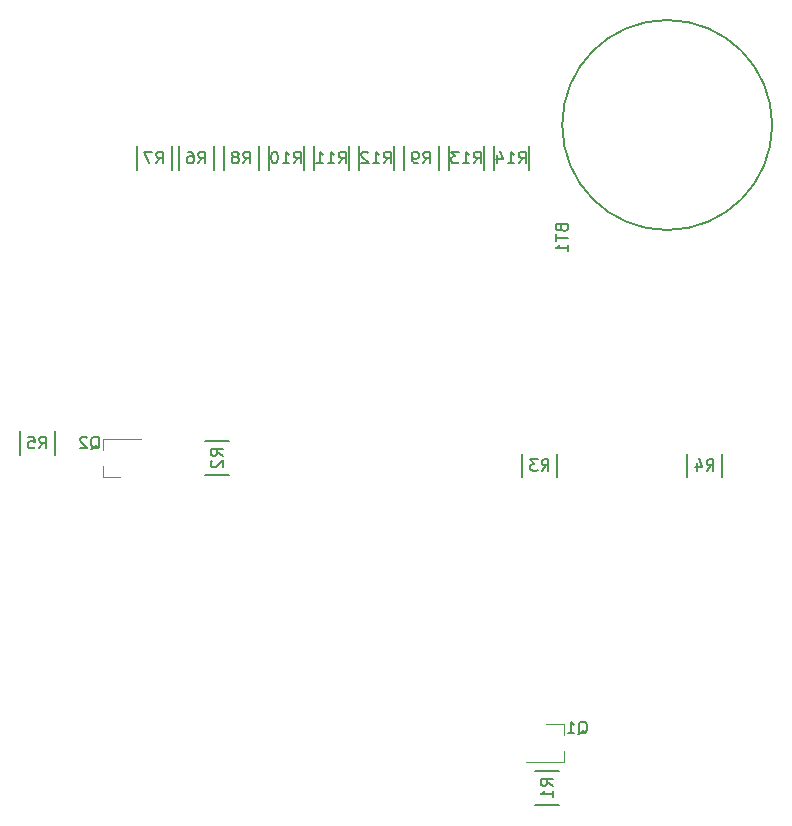
<source format=gbr>
G04 #@! TF.FileFunction,Legend,Bot*
%FSLAX46Y46*%
G04 Gerber Fmt 4.6, Leading zero omitted, Abs format (unit mm)*
G04 Created by KiCad (PCBNEW 4.0.6) date Tue Mar 14 17:15:09 2017*
%MOMM*%
%LPD*%
G01*
G04 APERTURE LIST*
%ADD10C,0.100000*%
%ADD11C,0.120000*%
%ADD12C,0.150000*%
G04 APERTURE END LIST*
D10*
D11*
X67181000Y-87066000D02*
X67181000Y-87996000D01*
X67181000Y-90226000D02*
X67181000Y-89296000D01*
X67181000Y-90226000D02*
X64021000Y-90226000D01*
X67181000Y-87066000D02*
X65721000Y-87066000D01*
X28196000Y-66096000D02*
X28196000Y-65166000D01*
X28196000Y-62936000D02*
X28196000Y-63866000D01*
X28196000Y-62936000D02*
X31356000Y-62936000D01*
X28196000Y-66096000D02*
X29656000Y-66096000D01*
D12*
X66786000Y-90981000D02*
X64786000Y-90981000D01*
X64786000Y-93931000D02*
X66786000Y-93931000D01*
X36846000Y-65991000D02*
X38846000Y-65991000D01*
X38846000Y-63041000D02*
X36846000Y-63041000D01*
X63676000Y-64151000D02*
X63676000Y-66151000D01*
X66626000Y-66151000D02*
X66626000Y-64151000D01*
X77646000Y-64151000D02*
X77646000Y-66151000D01*
X80596000Y-66151000D02*
X80596000Y-64151000D01*
X21131000Y-62246000D02*
X21131000Y-64246000D01*
X24081000Y-64246000D02*
X24081000Y-62246000D01*
X34593000Y-38116000D02*
X34593000Y-40116000D01*
X37543000Y-40116000D02*
X37543000Y-38116000D01*
X31037000Y-38116000D02*
X31037000Y-40116000D01*
X33987000Y-40116000D02*
X33987000Y-38116000D01*
X38403000Y-38116000D02*
X38403000Y-40116000D01*
X41353000Y-40116000D02*
X41353000Y-38116000D01*
X53643000Y-38116000D02*
X53643000Y-40116000D01*
X56593000Y-40116000D02*
X56593000Y-38116000D01*
X42213000Y-38116000D02*
X42213000Y-40116000D01*
X45163000Y-40116000D02*
X45163000Y-38116000D01*
X46023000Y-38116000D02*
X46023000Y-40116000D01*
X48973000Y-40116000D02*
X48973000Y-38116000D01*
X49833000Y-38116000D02*
X49833000Y-40116000D01*
X52783000Y-40116000D02*
X52783000Y-38116000D01*
X57453000Y-38116000D02*
X57453000Y-40116000D01*
X60403000Y-40116000D02*
X60403000Y-38116000D01*
X61263000Y-38116000D02*
X61263000Y-40116000D01*
X64213000Y-40116000D02*
X64213000Y-38116000D01*
X84836000Y-36322000D02*
G75*
G03X84836000Y-36322000I-8890000J0D01*
G01*
X68421238Y-87923619D02*
X68516476Y-87876000D01*
X68611714Y-87780762D01*
X68754571Y-87637905D01*
X68849810Y-87590286D01*
X68945048Y-87590286D01*
X68897429Y-87828381D02*
X68992667Y-87780762D01*
X69087905Y-87685524D01*
X69135524Y-87495048D01*
X69135524Y-87161714D01*
X69087905Y-86971238D01*
X68992667Y-86876000D01*
X68897429Y-86828381D01*
X68706952Y-86828381D01*
X68611714Y-86876000D01*
X68516476Y-86971238D01*
X68468857Y-87161714D01*
X68468857Y-87495048D01*
X68516476Y-87685524D01*
X68611714Y-87780762D01*
X68706952Y-87828381D01*
X68897429Y-87828381D01*
X67516476Y-87828381D02*
X68087905Y-87828381D01*
X67802191Y-87828381D02*
X67802191Y-86828381D01*
X67897429Y-86971238D01*
X67992667Y-87066476D01*
X68087905Y-87114095D01*
X27146238Y-63793619D02*
X27241476Y-63746000D01*
X27336714Y-63650762D01*
X27479571Y-63507905D01*
X27574810Y-63460286D01*
X27670048Y-63460286D01*
X27622429Y-63698381D02*
X27717667Y-63650762D01*
X27812905Y-63555524D01*
X27860524Y-63365048D01*
X27860524Y-63031714D01*
X27812905Y-62841238D01*
X27717667Y-62746000D01*
X27622429Y-62698381D01*
X27431952Y-62698381D01*
X27336714Y-62746000D01*
X27241476Y-62841238D01*
X27193857Y-63031714D01*
X27193857Y-63365048D01*
X27241476Y-63555524D01*
X27336714Y-63650762D01*
X27431952Y-63698381D01*
X27622429Y-63698381D01*
X26812905Y-62793619D02*
X26765286Y-62746000D01*
X26670048Y-62698381D01*
X26431952Y-62698381D01*
X26336714Y-62746000D01*
X26289095Y-62793619D01*
X26241476Y-62888857D01*
X26241476Y-62984095D01*
X26289095Y-63126952D01*
X26860524Y-63698381D01*
X26241476Y-63698381D01*
X66238381Y-92289334D02*
X65762190Y-91956000D01*
X66238381Y-91717905D02*
X65238381Y-91717905D01*
X65238381Y-92098858D01*
X65286000Y-92194096D01*
X65333619Y-92241715D01*
X65428857Y-92289334D01*
X65571714Y-92289334D01*
X65666952Y-92241715D01*
X65714571Y-92194096D01*
X65762190Y-92098858D01*
X65762190Y-91717905D01*
X66238381Y-93241715D02*
X66238381Y-92670286D01*
X66238381Y-92956000D02*
X65238381Y-92956000D01*
X65381238Y-92860762D01*
X65476476Y-92765524D01*
X65524095Y-92670286D01*
X38298381Y-64349334D02*
X37822190Y-64016000D01*
X38298381Y-63777905D02*
X37298381Y-63777905D01*
X37298381Y-64158858D01*
X37346000Y-64254096D01*
X37393619Y-64301715D01*
X37488857Y-64349334D01*
X37631714Y-64349334D01*
X37726952Y-64301715D01*
X37774571Y-64254096D01*
X37822190Y-64158858D01*
X37822190Y-63777905D01*
X37393619Y-64730286D02*
X37346000Y-64777905D01*
X37298381Y-64873143D01*
X37298381Y-65111239D01*
X37346000Y-65206477D01*
X37393619Y-65254096D01*
X37488857Y-65301715D01*
X37584095Y-65301715D01*
X37726952Y-65254096D01*
X38298381Y-64682667D01*
X38298381Y-65301715D01*
X65317666Y-65603381D02*
X65651000Y-65127190D01*
X65889095Y-65603381D02*
X65889095Y-64603381D01*
X65508142Y-64603381D01*
X65412904Y-64651000D01*
X65365285Y-64698619D01*
X65317666Y-64793857D01*
X65317666Y-64936714D01*
X65365285Y-65031952D01*
X65412904Y-65079571D01*
X65508142Y-65127190D01*
X65889095Y-65127190D01*
X64984333Y-64603381D02*
X64365285Y-64603381D01*
X64698619Y-64984333D01*
X64555761Y-64984333D01*
X64460523Y-65031952D01*
X64412904Y-65079571D01*
X64365285Y-65174810D01*
X64365285Y-65412905D01*
X64412904Y-65508143D01*
X64460523Y-65555762D01*
X64555761Y-65603381D01*
X64841476Y-65603381D01*
X64936714Y-65555762D01*
X64984333Y-65508143D01*
X79287666Y-65603381D02*
X79621000Y-65127190D01*
X79859095Y-65603381D02*
X79859095Y-64603381D01*
X79478142Y-64603381D01*
X79382904Y-64651000D01*
X79335285Y-64698619D01*
X79287666Y-64793857D01*
X79287666Y-64936714D01*
X79335285Y-65031952D01*
X79382904Y-65079571D01*
X79478142Y-65127190D01*
X79859095Y-65127190D01*
X78430523Y-64936714D02*
X78430523Y-65603381D01*
X78668619Y-64555762D02*
X78906714Y-65270048D01*
X78287666Y-65270048D01*
X22772666Y-63698381D02*
X23106000Y-63222190D01*
X23344095Y-63698381D02*
X23344095Y-62698381D01*
X22963142Y-62698381D01*
X22867904Y-62746000D01*
X22820285Y-62793619D01*
X22772666Y-62888857D01*
X22772666Y-63031714D01*
X22820285Y-63126952D01*
X22867904Y-63174571D01*
X22963142Y-63222190D01*
X23344095Y-63222190D01*
X21867904Y-62698381D02*
X22344095Y-62698381D01*
X22391714Y-63174571D01*
X22344095Y-63126952D01*
X22248857Y-63079333D01*
X22010761Y-63079333D01*
X21915523Y-63126952D01*
X21867904Y-63174571D01*
X21820285Y-63269810D01*
X21820285Y-63507905D01*
X21867904Y-63603143D01*
X21915523Y-63650762D01*
X22010761Y-63698381D01*
X22248857Y-63698381D01*
X22344095Y-63650762D01*
X22391714Y-63603143D01*
X36234666Y-39568381D02*
X36568000Y-39092190D01*
X36806095Y-39568381D02*
X36806095Y-38568381D01*
X36425142Y-38568381D01*
X36329904Y-38616000D01*
X36282285Y-38663619D01*
X36234666Y-38758857D01*
X36234666Y-38901714D01*
X36282285Y-38996952D01*
X36329904Y-39044571D01*
X36425142Y-39092190D01*
X36806095Y-39092190D01*
X35377523Y-38568381D02*
X35568000Y-38568381D01*
X35663238Y-38616000D01*
X35710857Y-38663619D01*
X35806095Y-38806476D01*
X35853714Y-38996952D01*
X35853714Y-39377905D01*
X35806095Y-39473143D01*
X35758476Y-39520762D01*
X35663238Y-39568381D01*
X35472761Y-39568381D01*
X35377523Y-39520762D01*
X35329904Y-39473143D01*
X35282285Y-39377905D01*
X35282285Y-39139810D01*
X35329904Y-39044571D01*
X35377523Y-38996952D01*
X35472761Y-38949333D01*
X35663238Y-38949333D01*
X35758476Y-38996952D01*
X35806095Y-39044571D01*
X35853714Y-39139810D01*
X32678666Y-39568381D02*
X33012000Y-39092190D01*
X33250095Y-39568381D02*
X33250095Y-38568381D01*
X32869142Y-38568381D01*
X32773904Y-38616000D01*
X32726285Y-38663619D01*
X32678666Y-38758857D01*
X32678666Y-38901714D01*
X32726285Y-38996952D01*
X32773904Y-39044571D01*
X32869142Y-39092190D01*
X33250095Y-39092190D01*
X32345333Y-38568381D02*
X31678666Y-38568381D01*
X32107238Y-39568381D01*
X40044666Y-39568381D02*
X40378000Y-39092190D01*
X40616095Y-39568381D02*
X40616095Y-38568381D01*
X40235142Y-38568381D01*
X40139904Y-38616000D01*
X40092285Y-38663619D01*
X40044666Y-38758857D01*
X40044666Y-38901714D01*
X40092285Y-38996952D01*
X40139904Y-39044571D01*
X40235142Y-39092190D01*
X40616095Y-39092190D01*
X39473238Y-38996952D02*
X39568476Y-38949333D01*
X39616095Y-38901714D01*
X39663714Y-38806476D01*
X39663714Y-38758857D01*
X39616095Y-38663619D01*
X39568476Y-38616000D01*
X39473238Y-38568381D01*
X39282761Y-38568381D01*
X39187523Y-38616000D01*
X39139904Y-38663619D01*
X39092285Y-38758857D01*
X39092285Y-38806476D01*
X39139904Y-38901714D01*
X39187523Y-38949333D01*
X39282761Y-38996952D01*
X39473238Y-38996952D01*
X39568476Y-39044571D01*
X39616095Y-39092190D01*
X39663714Y-39187429D01*
X39663714Y-39377905D01*
X39616095Y-39473143D01*
X39568476Y-39520762D01*
X39473238Y-39568381D01*
X39282761Y-39568381D01*
X39187523Y-39520762D01*
X39139904Y-39473143D01*
X39092285Y-39377905D01*
X39092285Y-39187429D01*
X39139904Y-39092190D01*
X39187523Y-39044571D01*
X39282761Y-38996952D01*
X55284666Y-39568381D02*
X55618000Y-39092190D01*
X55856095Y-39568381D02*
X55856095Y-38568381D01*
X55475142Y-38568381D01*
X55379904Y-38616000D01*
X55332285Y-38663619D01*
X55284666Y-38758857D01*
X55284666Y-38901714D01*
X55332285Y-38996952D01*
X55379904Y-39044571D01*
X55475142Y-39092190D01*
X55856095Y-39092190D01*
X54808476Y-39568381D02*
X54618000Y-39568381D01*
X54522761Y-39520762D01*
X54475142Y-39473143D01*
X54379904Y-39330286D01*
X54332285Y-39139810D01*
X54332285Y-38758857D01*
X54379904Y-38663619D01*
X54427523Y-38616000D01*
X54522761Y-38568381D01*
X54713238Y-38568381D01*
X54808476Y-38616000D01*
X54856095Y-38663619D01*
X54903714Y-38758857D01*
X54903714Y-38996952D01*
X54856095Y-39092190D01*
X54808476Y-39139810D01*
X54713238Y-39187429D01*
X54522761Y-39187429D01*
X54427523Y-39139810D01*
X54379904Y-39092190D01*
X54332285Y-38996952D01*
X44330857Y-39568381D02*
X44664191Y-39092190D01*
X44902286Y-39568381D02*
X44902286Y-38568381D01*
X44521333Y-38568381D01*
X44426095Y-38616000D01*
X44378476Y-38663619D01*
X44330857Y-38758857D01*
X44330857Y-38901714D01*
X44378476Y-38996952D01*
X44426095Y-39044571D01*
X44521333Y-39092190D01*
X44902286Y-39092190D01*
X43378476Y-39568381D02*
X43949905Y-39568381D01*
X43664191Y-39568381D02*
X43664191Y-38568381D01*
X43759429Y-38711238D01*
X43854667Y-38806476D01*
X43949905Y-38854095D01*
X42759429Y-38568381D02*
X42664190Y-38568381D01*
X42568952Y-38616000D01*
X42521333Y-38663619D01*
X42473714Y-38758857D01*
X42426095Y-38949333D01*
X42426095Y-39187429D01*
X42473714Y-39377905D01*
X42521333Y-39473143D01*
X42568952Y-39520762D01*
X42664190Y-39568381D01*
X42759429Y-39568381D01*
X42854667Y-39520762D01*
X42902286Y-39473143D01*
X42949905Y-39377905D01*
X42997524Y-39187429D01*
X42997524Y-38949333D01*
X42949905Y-38758857D01*
X42902286Y-38663619D01*
X42854667Y-38616000D01*
X42759429Y-38568381D01*
X48140857Y-39568381D02*
X48474191Y-39092190D01*
X48712286Y-39568381D02*
X48712286Y-38568381D01*
X48331333Y-38568381D01*
X48236095Y-38616000D01*
X48188476Y-38663619D01*
X48140857Y-38758857D01*
X48140857Y-38901714D01*
X48188476Y-38996952D01*
X48236095Y-39044571D01*
X48331333Y-39092190D01*
X48712286Y-39092190D01*
X47188476Y-39568381D02*
X47759905Y-39568381D01*
X47474191Y-39568381D02*
X47474191Y-38568381D01*
X47569429Y-38711238D01*
X47664667Y-38806476D01*
X47759905Y-38854095D01*
X46236095Y-39568381D02*
X46807524Y-39568381D01*
X46521810Y-39568381D02*
X46521810Y-38568381D01*
X46617048Y-38711238D01*
X46712286Y-38806476D01*
X46807524Y-38854095D01*
X51950857Y-39568381D02*
X52284191Y-39092190D01*
X52522286Y-39568381D02*
X52522286Y-38568381D01*
X52141333Y-38568381D01*
X52046095Y-38616000D01*
X51998476Y-38663619D01*
X51950857Y-38758857D01*
X51950857Y-38901714D01*
X51998476Y-38996952D01*
X52046095Y-39044571D01*
X52141333Y-39092190D01*
X52522286Y-39092190D01*
X50998476Y-39568381D02*
X51569905Y-39568381D01*
X51284191Y-39568381D02*
X51284191Y-38568381D01*
X51379429Y-38711238D01*
X51474667Y-38806476D01*
X51569905Y-38854095D01*
X50617524Y-38663619D02*
X50569905Y-38616000D01*
X50474667Y-38568381D01*
X50236571Y-38568381D01*
X50141333Y-38616000D01*
X50093714Y-38663619D01*
X50046095Y-38758857D01*
X50046095Y-38854095D01*
X50093714Y-38996952D01*
X50665143Y-39568381D01*
X50046095Y-39568381D01*
X59570857Y-39568381D02*
X59904191Y-39092190D01*
X60142286Y-39568381D02*
X60142286Y-38568381D01*
X59761333Y-38568381D01*
X59666095Y-38616000D01*
X59618476Y-38663619D01*
X59570857Y-38758857D01*
X59570857Y-38901714D01*
X59618476Y-38996952D01*
X59666095Y-39044571D01*
X59761333Y-39092190D01*
X60142286Y-39092190D01*
X58618476Y-39568381D02*
X59189905Y-39568381D01*
X58904191Y-39568381D02*
X58904191Y-38568381D01*
X58999429Y-38711238D01*
X59094667Y-38806476D01*
X59189905Y-38854095D01*
X58285143Y-38568381D02*
X57666095Y-38568381D01*
X57999429Y-38949333D01*
X57856571Y-38949333D01*
X57761333Y-38996952D01*
X57713714Y-39044571D01*
X57666095Y-39139810D01*
X57666095Y-39377905D01*
X57713714Y-39473143D01*
X57761333Y-39520762D01*
X57856571Y-39568381D01*
X58142286Y-39568381D01*
X58237524Y-39520762D01*
X58285143Y-39473143D01*
X63380857Y-39568381D02*
X63714191Y-39092190D01*
X63952286Y-39568381D02*
X63952286Y-38568381D01*
X63571333Y-38568381D01*
X63476095Y-38616000D01*
X63428476Y-38663619D01*
X63380857Y-38758857D01*
X63380857Y-38901714D01*
X63428476Y-38996952D01*
X63476095Y-39044571D01*
X63571333Y-39092190D01*
X63952286Y-39092190D01*
X62428476Y-39568381D02*
X62999905Y-39568381D01*
X62714191Y-39568381D02*
X62714191Y-38568381D01*
X62809429Y-38711238D01*
X62904667Y-38806476D01*
X62999905Y-38854095D01*
X61571333Y-38901714D02*
X61571333Y-39568381D01*
X61809429Y-38520762D02*
X62047524Y-39235048D01*
X61428476Y-39235048D01*
X66984571Y-45061286D02*
X67032190Y-45204143D01*
X67079810Y-45251762D01*
X67175048Y-45299381D01*
X67317905Y-45299381D01*
X67413143Y-45251762D01*
X67460762Y-45204143D01*
X67508381Y-45108905D01*
X67508381Y-44727952D01*
X66508381Y-44727952D01*
X66508381Y-45061286D01*
X66556000Y-45156524D01*
X66603619Y-45204143D01*
X66698857Y-45251762D01*
X66794095Y-45251762D01*
X66889333Y-45204143D01*
X66936952Y-45156524D01*
X66984571Y-45061286D01*
X66984571Y-44727952D01*
X66508381Y-45585095D02*
X66508381Y-46156524D01*
X67508381Y-45870809D02*
X66508381Y-45870809D01*
X67508381Y-47013667D02*
X67508381Y-46442238D01*
X67508381Y-46727952D02*
X66508381Y-46727952D01*
X66651238Y-46632714D01*
X66746476Y-46537476D01*
X66794095Y-46442238D01*
M02*

</source>
